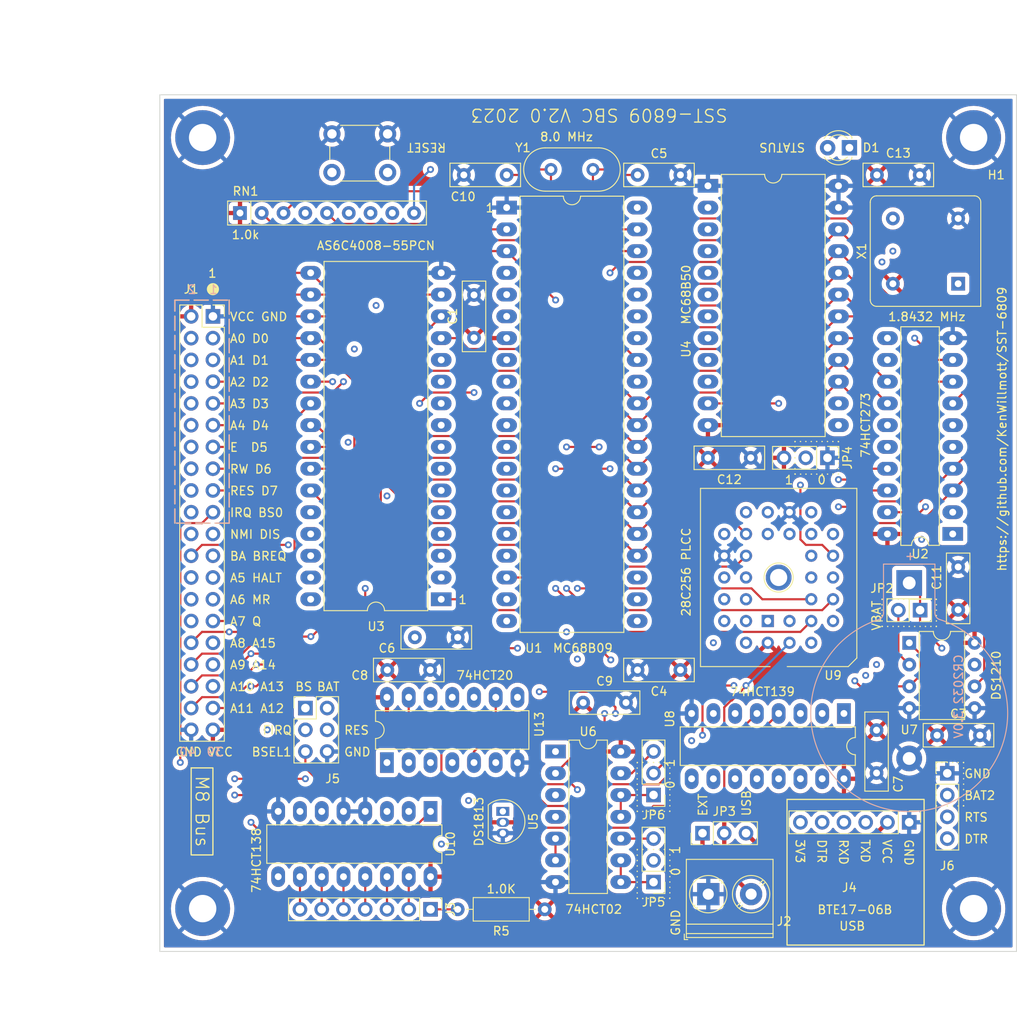
<source format=kicad_pcb>
(kicad_pcb (version 20221018) (generator pcbnew)
  (layers (0 "F.Cu" signal) (1 "In1.Cu" signal) (2 "In2.Cu" signal) (31 "B.Cu" signal) (34 "B.Paste" user) (35 "F.Paste" user) (36 "B.SilkS" user "B.Silkscreen") (37 "F.SilkS" user "F.Silkscreen") (38 "B.Mask" user) (39 "F.Mask" user) (44 "Edge.Cuts" user))
  (net 0 "")
  (net 1 "GND")
  (net 2 "MR")
  (net 3 "/A15")
  (net 4 "/A14")
  (net 5 "/A13")
  (net 6 "/A12")
  (net 7 "/A11")
  (net 8 "/A10")
  (net 9 "/A9")
  (net 10 "/A8")
  (net 11 "/A7")
  (net 12 "/A6")
  (net 13 "/A5")
  (net 14 "/A4")
  (net 15 "/A3")
  (net 16 "/A2")
  (net 17 "/A1")
  (net 18 "/A0")
  (net 19 "RES*")
  (net 20 "/D7")
  (net 21 "/D6")
  (net 22 "/D5")
  (net 23 "/D4")
  (net 24 "/D3")
  (net 25 "/D2")
  (net 26 "/D1")
  (net 27 "/D0")
  (net 28 "E")
  (net 29 "R{slash}W*")
  (net 30 "VCC")
  (net 31 "BSEL0*")
  (net 32 "/decode/EEWR*")
  (net 33 "NMI*")
  (net 34 "BA")
  (net 35 "HALT*")
  (net 36 "/decode/NVWR*")
  (net 37 "/Z3")
  (net 38 "/Z2")
  (net 39 "/Z1")
  (net 40 "/Z0")
  (net 41 "/decode/NVRD*")
  (net 42 "Net-(U8A-O3)")
  (net 43 "/decode/BSEL1*")
  (net 44 "/decode/EERD*")
  (net 45 "Net-(U8B-E)")
  (net 46 "Net-(JP2-B)")
  (net 47 "Net-(U1-XTAL)")
  (net 48 "Net-(U1-EXTAL)")
  (net 49 "IRQ*")
  (net 50 "Q")
  (net 51 "RXD")
  (net 52 "BREQ*")
  (net 53 "/decode/LATSEL*")
  (net 54 "Net-(U4-Rx_CLK)")
  (net 55 "/decode/ACIASEL*")
  (net 56 "/TXD")
  (net 57 "/decode/NVCC")
  (net 58 "Net-(J2-Pin_2)")
  (net 59 "Net-(J4-Pin_2)")
  (net 60 "/decode/NVCE*")
  (net 61 "DIS*")
  (net 62 "/decode/NVBAT")
  (net 63 "unconnected-(U2-Q4-Pad12)")
  (net 64 "Net-(U3-A15)")
  (net 65 "Net-(U10-~{Y6})")
  (net 66 "Net-(U10-~{Y7})")
  (net 67 "Net-(U13-Pad13)")
  (net 73 "/decode/Z6")
  (net 74 "BT0")
  (net 75 "Net-(JP5-B)")
  (net 76 "BT1")
  (net 77 "Net-(JP6-B)")
  (net 78 "Net-(J3-Pin_1)")
  (net 79 "Net-(J3-Pin_2)")
  (net 80 "Net-(J3-Pin_3)")
  (net 81 "Net-(J3-Pin_4)")
  (net 82 "Net-(J3-Pin_5)")
  (net 83 "Net-(J3-Pin_6)")
  (net 84 "Net-(J3-Pin_7)")
  (net 85 "Z7")
  (net 86 "Net-(D1-A)")
  (net 87 "Net-(JP4-C)")
  (net 88 "/decode/Z5")
  (net 89 "FIRQ*")
  (net 90 "BS")
  (net 91 "/DTR")
  (net 92 "/3V3")
  (net 93 "VBAT2")
  (net 94 "/RTS")
  (footprint "Capacitor_THT:C_Disc_D8.0mm_W2.5mm_P5.00mm" (layer "F.Cu") (at 128.865 118.745 180)
    (fp_text reference "C4")
    (fp_text value "100nF")
  )
  (footprint "TestPoint:TestPoint_Plated_Hole_D2.0mm" (layer "F.Cu") (at 140.335 107.95)
    (fp_text reference "REF**" hide)
    (fp_text value "TestPoint_Plated_Hole_D2.0mm" hide)
  )
  (footprint "Resistor_THT:R_Array_SIP9" (layer "F.Cu") (at 77.455 65.405)
    (fp_text reference "RN1")
    (fp_text value "1.0k")
  )
  (footprint "Oscillator:Oscillator_DIP-8" (layer "F.Cu") (at 161.29 73.66 90)
    (fp_text reference "X1")
    (fp_text value "CXO_DIP8")
  )
  (footprint "Capacitor_THT:C_Disc_D8.0mm_W2.5mm_P5.00mm" (layer "F.Cu") (at 123.865 60.96)
    (fp_text reference "C5")
    (fp_text value "20pF")
  )
  (footprint "MountingHole:MountingHole_3.2mm_M3_Pad" (layer "F.Cu") (at 73.095 146.6 90)
    (fp_text reference "H4")
    (fp_text value "MountingHole_Pad" hide)
  )
  (footprint "MountingHole:MountingHole_3.2mm_M3_Pad" (layer "F.Cu") (at 163.095 56.6 90)
    (fp_text reference "H1" hide)
    (fp_text value "MountingHole_Pad" hide)
  )
  (footprint "Package_DIP:DIP-20_W7.62mm_LongPads" (layer "F.Cu") (at 160.655 102.87 180)
    (fp_text reference "U2")
    (fp_text value "74HCT273")
  )
  (footprint "Capacitor_THT:C_Disc_D8.0mm_W2.5mm_P5.00mm" (layer "F.Cu") (at 117.515 122.555)
    (fp_text reference "C9")
    (fp_text value "100nF")
  )
  (footprint "Connector_PinHeader_2.54mm:PinHeader_2x03_P2.54mm_Vertical" (layer "F.Cu") (at 85.09 123.19)
    (fp_text reference "J5")
    (fp_text value "Conn_02x03_Odd_Even" hide)
  )
  (footprint "Crystal:Crystal_HC18-U_Vertical" (layer "F.Cu") (at 118.655 60.325 180)
    (fp_text reference "Y1")
    (fp_text value "8.0 MHz")
  )
  (footprint "Package_LCC:PLCC-32_THT-Socket" (layer "F.Cu") (at 139.065 113.03 180)
    (fp_text reference "U9")
    (fp_text value "28C256 PLCC")
  )
  (footprint "TerminalBlock_Phoenix:TerminalBlock_Phoenix_PT-1,5-2-5.0-H_1x02_P5.00mm_Horizontal" (layer "F.Cu") (at 132.12 144.915)
    (fp_text reference "J2")
    (fp_text value "Screw_Terminal_01x02" hide)
  )
  (footprint "Capacitor_THT:C_Disc_D9.0mm_W2.5mm_P5.00mm" (layer "F.Cu") (at 151.765 125.77 -90)
    (fp_text reference "C7")
    (fp_text value "100nF")
  )
  (footprint "Connector_PinHeader_2.54mm:PinHeader_1x03_P2.54mm_Vertical" (layer "F.Cu") (at 125.73 143.51 180)
    (fp_text reference "JP5")
    (fp_text value "Jumper_3_Bridged12" hide)
  )
  (footprint "Connector_PinHeader_2.54mm:PinHeader_1x03_P2.54mm_Vertical" (layer "F.Cu") (at 146.035 93.98 -90)
    (fp_text reference "JP4")
    (fp_text value "Jumper_3_Bridged12" hide)
  )
  (footprint "Capacitor_THT:C_Disc_D8.0mm_W2.5mm_P5.00mm" (layer "F.Cu") (at 158.83 126.365)
    (fp_text reference "C3")
    (fp_text value "100nF")
  )
  (footprint "Connector_PinHeader_2.54mm:PinHeader_1x07_P2.54mm_Vertical" (layer "F.Cu") (at 99.695 146.685 -90)
    (fp_text reference "J3")
    (fp_text value "Conn_01x07_Pin" hide)
  )
  (footprint "Package_DIP:DIP-24_W15.24mm_LongPads" (layer "F.Cu") (at 132.08 62.23)
    (fp_text reference "U4")
    (fp_text value "MC68B50")
  )
  (footprint "Package_DIP:DIP-16_W7.62mm_LongPads" (layer "F.Cu") (at 99.695 135.255 -90)
    (fp_text reference "U10")
    (fp_text value "74HCT138")
  )
  (footprint "Connector_PinHeader_2.54mm:PinHeader_2x01_P2.54mm_Vertical" (layer "F.Cu") (at 156.845 111.76 180)
    (fp_text reference "JP2")
    (fp_text value "VBAT")
  )
  (footprint "LED_THT:LED_D3.0mm" (layer "F.Cu") (at 148.595 57.785 180)
    (fp_text reference "D1")
    (fp_text value "STAT")
  )
  (footprint "Button_Switch_THT:SW_PUSH_6mm_H5mm" (layer "F.Cu") (at 94.69 60.67 180)
    (fp_text reference "SW1" hide)
    (fp_text value "Reset")
  )
  (footprint "Package_DIP:DIP-8_W7.62mm" (layer "F.Cu") (at 155.585 115.58)
    (fp_text reference "U7")
    (fp_text value "DS1210")
  )
  (footprint "Connector_PinHeader_2.54mm:PinHeader_1x03_P2.54mm_Vertical" (layer "F.Cu") (at 125.73 133.335 180)
    (fp_text reference "JP6")
    (fp_text value "Jumper_3_Bridged12" hide)
  )
  (footprint "Package_DIP:DIP-16_W7.62mm_LongPads" (layer "F.Cu") (at 147.955 123.825 -90)
    (fp_text reference "U8")
    (fp_text value "74HCT139")
  )
  (footprint "Package_DIP:DIP-32_W15.24mm_LongPads" (layer "F.Cu") (at 100.945 110.49 180)
    (fp_text reference "U3")
    (fp_text value "AS6C4008-55PCN")
  )
  (footprint "MountingHole:MountingHole_3.2mm_M3_Pad" (layer "F.Cu") (at 73.095 56.6 90)
    (fp_text reference "H3")
    (fp_text value "MountingHole_Pad" hide)
  )
  (footprint "Capacitor_THT:C_Disc_D8.0mm_W2.5mm_P5.00mm" (layer "F.Cu") (at 104.775 79.97 90)
    (fp_text reference "C1")
    (fp_text value "100nF")
  )
  (footprint "Capacitor_THT:C_Disc_D8.0mm_W2.5mm_P5.00mm" (layer "F.Cu") (at 94.655 118.745)
    (fp_text reference "C8")
    (fp_text value "100nF")
  )
  (footprint "Connector_PinHeader_2.54mm:PinHeader_1x06_P2.54mm_Vertical" (layer "F.Cu") (at 155.575 136.525 -90)
    (fp_text reference "J4")
    (fp_text value "Conn_01x06_Pin" hide)
  )
  (footprint "Connector_PinSocket_2.54mm:PinSocket_2x20_P2.54mm_Vertical" (layer "F.Cu") (at 74.295 77.47)
    (fp_text reference "J1")
    (fp_text value "Conn_02x20_Odd_Even" hide)
  )
  (footprint "Capacitor_THT:C_Disc_D8.0mm_W2.5mm_P5.00mm" (layer "F.Cu") (at 97.87 114.935)
    (fp_text reference "C6")
    (fp_text value "100nF")
  )
  (footprint "Package_DIP:DIP-40_W15.24mm_LongPads" (layer "F.Cu") (at 108.585 64.77)
    (fp_text reference "U1")
    (fp_text value "MC68B09")
  )
  (footprint "Capacitor_THT:C_Disc_D8.0mm_W2.5mm_P5.00mm" (layer "F.Cu") (at 132.08 93.98)
    (fp_text reference "C12")
    (fp_text value "100nF")
  )
  (footprint "Package_DIP:DIP-14_W7.62mm_LongPads" (layer "F.Cu") (at 114.285 128.265)
    (fp_text reference "U6")
    (fp_text value "74HCT02")
  )
  (footprint "MountingHole:MountingHole_3.2mm_M3_Pad" (layer "F.Cu") (at 163.095 146.6 90)
    (fp_text reference "H2")
    (fp_text value "MountingHole_Pad" hide)
  )
  (footprint "Package_DIP:DIP-14_W7.62mm_LongPads" (layer "F.Cu") (at 94.61 129.555 90)
    (fp_text reference "U13")
    (fp_text value "74HCT20")
  )
  (footprint "Connector_PinHeader_2.54mm:PinHeader_1x03_P2.54mm_Vertical" (layer "F.Cu") (at 131.445 137.795 90)
    (fp_text reference "JP3")
    (fp_text value "Jumper_3_Bridged12" hide)
  )
  (footprint "Capacitor_THT:C_Disc_D8.0mm_W2.5mm_P5.00mm" (layer "F.Cu") (at 161.29 111.72 90)
    (fp_text reference "C11")
    (fp_text value "100nF")
  )
  (footprint "Capacitor_THT:C_Disc_D8.0mm_W2.5mm_P5.00mm" (layer "F.Cu") (at 156.805 60.96 180)
    (fp_text reference "C13")
    (fp_text value "100nF")
  )
  (footprint "Connector_PinHeader_2.54mm:PinHeader_1x04_P2.54mm_Vertical" (layer "F.Cu") (at 160.02 130.81)
    (fp_text reference "J6")
    (fp_text value "Conn_01x04_Pin" hide)
  )
  (footprint "Capacitor_THT:C_Disc_D8.0mm_W2.5mm_P5.00mm" (layer "F.Cu") (at 108.585 60.96 180)
    (fp_text reference "C10")
    (fp_text value "20pF")
  )
  (footprint "Resistor_THT:R_Axial_DIN0207_L6.3mm_D2.5mm_P10.16mm_Horizontal" (layer "F.Cu") (at 113.03 146.685 180)
    (fp_text reference "R5")
    (fp_text value "1.0K")
  )
  (footprint "Package_TO_SOT_THT:TO-92L_Inline" (layer "F.Cu") (at 108.135 135.255 -90)
    (fp_text reference "U5")
    (fp_text value "DS1813")
  )
  (footprint "Battery:BatteryHolder_Keystone_103_1x20mm" (layer "B.Cu") (at 155.575 108.585 -90)
    (fp_text reference "BT1" hide)
    (fp_text value "3.0V" hide)
  )
  (gr_rect (start 69.85 75.565) (end 76.2 101.6) (stroke (width 0.15) (type dash)) (fill none) (layer "B.SilkS"))
  (gr_rect (start 152.4 110.49) (end 158.75 113.665) (stroke (width 0.15) (type dot)) (fill none) (layer "F.SilkS"))
  (gr_rect (start 123.825 139.7) (end 127.635 145.415) (stroke (width 0.15) (type dot)) (fill none) (layer "F.SilkS"))
  (gr_rect (start 71.755 130.175) (end 74.295 140.335) (stroke (width 0.15)) (fill none) (layer "F.SilkS"))
  (gr_circle (center 74.295 74.295) (end 74.93 74.295) (stroke (width 0.15)) (fill solid) (layer "F.SilkS"))
  (gr_rect (start 142.24 92.075) (end 147.32 95.885) (stroke (width 0.15) (type dot)) (fill none) (layer "F.SilkS"))
  (gr_rect (start 69.85 75.565) (end 76.2 101.6) (stroke (width 0.15) (type dash)) (fill none) (layer "F.SilkS"))
  (gr_rect (start 123.825 129.54) (end 127.635 135.255) (stroke (width 0.15) (type dot)) (fill none) (layer "F.SilkS"))
  (gr_rect (start 141.315 133.855) (end 157.315 150.855) (stroke (width 0.15)) (fill none) (layer "F.SilkS"))
  (gr_rect (start 158.75 129.54) (end 161.925 134.62) (stroke (width 0.15) (type dot)) (fill none) (layer "F.SilkS"))
  (gr_line (start 168.095 51.6) (end 168.095 151.6) (stroke (width 0.1)) (layer "Edge.Cuts"))
  (gr_line (start 68.095 151.6) (end 168.095 151.6) (stroke (width 0.1)) (layer "Edge.Cuts"))
  (gr_line (start 68.095 51.6) (end 168.095 51.6) (stroke (width 0.1)) (layer "Edge.Cuts"))
  (gr_line (start 68.095 151.6) (end 68.095 51.6) (stroke (width 0.1)) (layer "Edge.Cuts"))
  (gr_text "1" (at 74.93 74.93) (layer "B.SilkS") (effects (font (size 1 1)) (justify left bottom mirror)))
  (gr_text "40" (at 72.39 128.905) (layer "B.SilkS") (effects (font (size 1 1)) (justify left bottom mirror)))
  (gr_text "+" (at 156.21 104.775 90) (layer "B.SilkS") (effects (font (size 1 1)) (justify left bottom mirror)))
  (gr_text "CR2032 3.0V" (at 161.925 116.84 90) (layer "B.SilkS") (effects (font (size 1 1)) (justify left bottom mirror)))
  (gr_text "39" (at 75.565 128.905) (layer "B.SilkS") (effects (font (size 1 1)) (justify left bottom mirror)))
  (gr_text "2" (at 72.39 74.93) (layer "B.SilkS") (effects (font (size 1 1)) (justify left bottom mirror)))
  (gr_text "USB" (at 137.16 135.89 90) (layer "F.SilkS") (effects (font (size 1 1)) (justify left bottom)))
  (gr_text "A4 D4" (at 76.2 90.805) (layer "F.SilkS") (effects (font (size 1 1)) (justify left bottom)))
  (gr_text "DTR" (at 161.925 139.065) (layer "F.SilkS") (effects (font (size 1 1)) (justify left bottom)))
  (gr_text "RES" (at 89.535 126.365) (layer "F.SilkS") (effects (font (size 1 1)) (justify left bottom)))
  (gr_text "VCC GND" (at 76.2 78.105) (layer "F.SilkS") (effects (font (size 1 1)) (justify left bottom)))
  (gr_text "M8 Bus" (at 73.025 135.255 270) (layer "F.SilkS") (effects (font (size 1.5 1.5))))
  (gr_text "0" (at 144.78 97.155) (layer "F.SilkS") (effects (font (size 1 1)) (justify left bottom)))
  (gr_text "NMI DIS" (at 76.2 103.505) (layer "F.SilkS") (effects (font (size 1 1)) (justify left bottom)))
  (gr_text "E  D5" (at 76.2 93.345) (layer "F.SilkS") (effects (font (size 1 1)) (justify left bottom)))
  (gr_text "RES D7" (at 76.2 98.425) (layer "F.SilkS") (effects (font (size 1 1)) (justify left bottom)))
  (gr_text "1" (at 106.045 65.405) (layer "F.SilkS") (effects (font (size 1 1)) (justify left bottom)))
  (gr_text "GND" (at 128.905 149.86 90) (layer "F.SilkS") (effects (font (size 1 1)) (justify left bottom)))
  (gr_text "VCC" (at 152.4 138.43 -90) (layer "F.SilkS") (effects (font (size 1 1)) (justify left bottom)))
  (gr_text "USB" (at 147.32 149.225) (layer "F.SilkS") (effects (font (size 1 1)) (justify left bottom)))
  (gr_text "RXD" (at 147.32 138.43 -90) (layer "F.SilkS") (effects (font (size 1 1)) (justify left bottom)))
  (gr_text "A3 D3" (at 76.2 88.265) (layer "F.SilkS") (effects (font (size 1 1)) (justify left bottom)))
  (gr_text "1.8432 MHz" (at 153.035 78.105) (layer "F.SilkS") (effects (font (size 1 1)) (justify left bottom)))
  (gr_text "A10 A13" (at 76.2 121.285) (layer "F.SilkS") (effects (font (size 1 1)) (justify left bottom)))
  (gr_text "1" (at 128.27 130.175 90) (layer "F.SilkS") (effects (font (size 1 1)) (justify left bottom)))
  (gr_text "STATUS" (at 143.51 57.15 180) (layer "F.SilkS") (effects (font (size 1 1)) (justify left bottom)))
  (gr_text "GND" (at 161.925 131.445) (layer "F.SilkS") (effects (font (size 1 1)) (justify left bottom)))
  (gr_text "SST-6809 SBC V2.0 2023" (at 119.38 53.975 180) (layer "F.SilkS") (effects (font (size 1.5 1.5))))
  (gr_text "RW D6" (at 76.2 95.885) (layer "F.SilkS") (effects (font (size 1 1)) (justify left bottom)))
  (gr_text "BAT" (at 86.36 121.285) (layer "F.SilkS") (effects (font (size 1 1)) (justify left bottom)))
  (gr_text "A7 Q" (at 76.2 113.665) (layer "F.SilkS") (effects (font (size 1 1)) (justify left bottom)))
  (gr_text "BSEL1" (at 78.74 128.905) (layer "F.SilkS") (effects (font (size 1 1)) (justify left bottom)))
  (gr_text "https://github.com/KenWillmott/SST-6809" (at 167.005 107.315 90) (layer "F.SilkS") (effects (font (size 1 1)) (justify left bottom)))
  (gr_text "EXT" (at 132.08 135.89 90) (layer "F.SilkS") (effects (font (size 1 1)) (justify left bottom)))
  (gr_text "0" (at 128.27 132.715 90) (layer "F.SilkS") (effects (font (size 1 1)) (justify left bottom)))
  (gr_text "1" (at 73.66 73.025) (layer "F.SilkS") (effects (font (size 1 1)) (justify left bottom)))
  (gr_text "TXD" (at 149.86 138.43 -90) (layer "F.SilkS") (effects (font (size 1 1)) (justify left bottom)))
  (gr_text "BA BREQ" (at 76.2 106.045) (layer "F.SilkS") (effects (font (size 1 1)) (justify left bottom)))
  (gr_text "3V3" (at 142.24 138.43 -90) (layer "F.SilkS") (effects (font (size 1 1)) (justify left bottom)))
  (gr_text "BTE17-06B" (at 144.78 147.32) (layer "F.SilkS") (effects (font (size 1 1)) (justify left bottom)))
  (gr_text "A9 A14" (at 76.2 118.745) (layer "F.SilkS") (effects (font (size 1 1)) (justify left bottom)))
  (gr_text "A5 HALT" (at 76.2 108.585) (layer "F.SilkS") (effects (font (size 1 1)) (justify left bottom)))
  (gr_text "A1 D1" (at 76.2 83.185) (layer "F.SilkS") (effects (font (size 1 1)) (justify left bottom)))
  (gr_text "IRQ BS0" (at 76.2 100.965) (layer "F.SilkS") (effects (font (size 1 1)) (justify left bottom)))
  (gr_text "GND" (at 154.94 138.43 -90) (layer "F.SilkS") (effects (font (size 1 1)) (justify left bottom)))
  (gr_text "1" (at 102.87 111.125) (layer "F.SilkS") (effects (font (size 1 1)) (justify left bottom)))
  (gr_text "GND VCC" (at 69.85 128.905) (layer "F.SilkS") (effects (font (size 1 1)) (justify left bottom)))
  (gr_text "A2 D2" (at 76.2 85.725) (layer "F.SilkS") (effects (font (size 1 1)) (justify left bottom)))
  (gr_text "1" (at 128.905 140.335 90) (layer "F.SilkS") (effects (font (size 1 1)) (justify left bottom)))
  (gr_text "1" (at 140.97 97.155) (layer "F.SilkS") (effects (font (size 1 1)) (justify left bottom)))
  (gr_text "BAT2" (at 161.925 133.985) (layer "F.SilkS") (effects (font (size 1 1)) (justify left bottom)))
  (gr_text "A0 D0" (at 76.2 80.645) (layer "F.SilkS") (effects (font (size 1 1)) (justify left bottom)))
  (gr_text "A11 A12" (at 76.2 123.825) (layer "F.SilkS") (effects (font (size 1 1)) (justify left bottom)))
  (gr_text "FIRQ" (at 80.01 126.365) (layer "F.SilkS") (effects (font (size 1 1)) (justify left bottom)))
  (gr_text "RESET" (at 101.6 57.15 180) (layer "F.SilkS") (effects (font (size 1 1)) (justify left bottom)))
  (gr_text "0" (at 128.905 142.875 90) (layer "F.SilkS") (effects (font (size 1 1)) (justify left bottom)))
  (gr_text "GND" (at 89.535 128.905) (layer "F.SilkS") (effects (font (size 1 1)) (justify left bottom)))
  (gr_text "DTR" (at 144.78 138.43 -90) (layer "F.SilkS") (effects (font (size 1 1)) (justify left bottom)))
  (gr_text "A8 A15" (at 76.2 116.205) (layer "F.SilkS") (effects (font (size 1 1)) (justify left bottom)))
  (gr_text "A6 MR" (at 76.2 111.125) (layer "F.SilkS") (effects (font (size 1 1)) (justify left bottom)))
  (gr_text "RTS" (at 161.925 136.525) (layer "F.SilkS") (effects (font (size 1 1)) (justify left bottom)))
  (gr_text "BS" (at 83.82 121.285) (layer "F.SilkS") (effects (font (size 1 1)) (justify left bottom)))
  (segment (start 120.015 123.825) (end 120.015 125.075) (width 0.25) (layer "F.Cu") (net 3))
  (segment (start 120.015 125.075) (end 114.285 130.805) (width 0.25) (layer "F.Cu") (net 3))
  (via (at 120.015 123.825) (size 0.8) (drill 0.4) (layers "F.Cu" "B.Cu") (net 3))
  (via (at 80.645 125.73) (size 0.8) (drill 0.4) (layers "F.Cu" "B.Cu") (net 3))
  (segment (start 79.375 120.65) (end 81.28 118.745) (width 0.25) (layer "F.Cu") (net 6))
  (segment (start 92.075 113.665) (end 92.075 109.22) (width 0.25) (layer "F.Cu") (net 6))
  (segment (start 80.01 137.795) (end 78.74 136.525) (width 0.25) (layer "F.Cu") (net 6))
  (segment (start 86.995 118.745) (end 92.075 113.665) (width 0.25) (layer "F.Cu") (net 6))
  (segment (start 97.155 137.795) (end 80.01 137.795) (width 0.25) (layer "F.Cu") (net 6))
  (segment (start 78.74 120.65) (end 79.375 120.65) (width 0.25) (layer "F.Cu") (net 6))
  (segment (start 78.1945 120.65) (end 75.6545 123.19) (width 0.25) (layer "F.Cu") (net 6))
  (segment (start 75.6545 123.19) (end 74.295 123.19) (width 0.25) (layer "F.Cu") (net 6))
  (segment (start 99.695 135.255) (end 97.155 137.795) (width 0.25) (layer "F.Cu") (net 6))
  (segment (start 78.74 120.65) (end 78.1945 120.65) (width 0.25) (layer "F.Cu") (net 6))
  (segment (start 81.28 118.745) (end 86.995 118.745) (width 0.25) (layer "F.Cu") (net 6))
  (via (at 78.74 120.65) (size 0.8) (drill 0.4) (layers "F.Cu" "B.Cu") (net 6))
  (via (at 78.74 136.525) (size 0.8) (drill 0.4) (layers "F.Cu" "B.Cu") (net 6))
  (via (at 92.075 109.22) (size 0.8) (drill 0.4) (layers "F.Cu" "B.Cu") (net 6))
  (segment (start 79.375 118.11) (end 86.36 118.11) (width 0.25) (layer "F.Cu") (net 7))
  (segment (start 90.805 95.885) (end 87.63 92.71) (width 0.25) (layer "F.Cu") (net 7))
  (segment (start 90.805 113.665) (end 90.805 95.885) (width 0.25) (layer "F.Cu") (net 7))
  (segment (start 87.63 92.71) (end 85.705 92.71) (width 0.25) (layer "F.Cu") (net 7))
  (segment (start 73.025 121.92) (end 71.755 123.19) (width 0.25) (layer "F.Cu") (net 7))
  (segment (start 86.36 118.11) (end 90.805 113.665) (width 0.25) (layer "F.Cu") (net 7))
  (segment (start 79.375 118.11) (end 75.565 121.92) (width 0.25) (layer "F.Cu") (net 7))
  (segment (start 75.565 121.92) (end 73.025 121.92) (width 0.25) (layer "F.Cu") (net 7))
  (via (at 79.375 118.11) (size 0.8) (drill 0.4) (layers "F.Cu" "B.Cu") (net 7))
  (segment (start 119.38 107.95) (end 120.65 106.68) (width 0.25) (layer "F.Cu") (net 8))
  (segment (start 87.63 93.98) (end 84.455 93.98) (width 0.25) (layer "F.Cu") (net 8))
  (segment (start 84.455 93.98) (end 83.82 93.345) (width 0.25) (layer "F.Cu") (net 8))
  (segment (start 108.585 107.95) (end 119.38 107.95) (width 0.25) (layer "F.Cu") (net 8))
  (segment (start 78.74 116.84) (end 76.2 119.38) (width 0.25) (layer "F.Cu") (net 8))
  (segment (start 78.74 116.84) (end 86.36 116.84) (width 0.25) (layer "F.Cu") (net 8))
  (segment (start 73.025 119.38) (end 71.755 120.65) (width 0.25) (layer "F.Cu") (net 8))
  (segment (start 90.17 96.52) (end 87.63 93.98) (width 0.25) (layer "F.Cu") (net 8))
  (segment (start 135.255 106.68) (end 136.525 105.41) (width 0.25) (layer "F.Cu") (net 8))
  (segment (start 83.82 89.515) (end 85.705 87.63) (width 0.25) (layer "F.Cu") (net 8))
  (segment (start 90.17 113.03) (end 90.17 96.52) (width 0.25) (layer "F.Cu") (net 8))
  (segment (start 76.2 119.38) (end 73.025 119.38) (width 0.25) (layer "F.Cu") (net 8))
  (segment (start 120.65 106.68) (end 135.255 106.68) (width 0.25) (layer "F.Cu") (net 8))
  (segment (start 86.36 116.84) (end 90.17 113.03) (width 0.25) (layer "F.Cu") (net 8))
  (segment (start 83.82 93.345) (end 83.82 89.515) (width 0.25) (layer "F.Cu") (net 8))
  (via (at 78.74 116.84) (size 0.8) (drill 0.4) (layers "F.Cu" "B.Cu") (net 8))
  (segment (start 79.709195 114.8455) (end 77.714695 116.84) (width 0.25) (layer "F.Cu") (net 9))
  (segment (start 87.63 95.25) (end 85.705 95.25) (width 0.25) (layer "F.Cu") (net 9))
  (segment (start 85.8145 114.8455) (end 89.535 111.125) (width 0.25) (layer "F.Cu") (net 9))
  (segment (start 89.535 111.125) (end 89.535 97.155) (width 0.25) (layer "F.Cu") (net 9))
  (segment (start 73.025 116.84) (end 71.755 118.11) (width 0.25) (layer "F.Cu") (net 9))
  (segment (start 89.535 97.155) (end 87.63 95.25) (width 0.25) (layer "F.Cu") (net 9))
  (segment (start 85.725 114.8455) (end 85.8145 114.8455) (width 0.25) (layer "F.Cu") (net 9))
  (segment (start 85.725 114.8455) (end 79.709195 114.8455) (width 0.25) (layer "F.Cu") (net 9))
  (segment (start 77.714695 116.84) (end 73.025 116.84) (width 0.25) (layer "F.Cu") (net 9))
  (via (at 85.725 114.8455) (size 0.8) (drill 0.4) (layers "F.Cu" "B.Cu") (net 9))
  (segment (start 71.755 115.57) (end 73.025 114.3) (width 0.25) (layer "F.Cu") (net 10))
  (segment (start 76.2 114.3) (end 84.455 114.3) (width 0.25) (layer "F.Cu") (net 10))
  (segment (start 84.455 114.3) (end 88.265 110.49) (width 0.25) (layer "F.Cu") (net 10))
  (segment (start 88.265 100.35) (end 85.705 97.79) (width 0.25) (layer "F.Cu") (net 10))
  (segment (start 88.265 110.49) (end 88.265 100.35) (width 0.25) (layer "F.Cu") (net 10))
  (segment (start 73.025 114.3) (end 76.2 114.3) (width 0.25) (layer "F.Cu") (net 10))
  (via (at 132.715 115.57) (size 0.8) (drill 0.4) (layers "F.Cu" "B.Cu") (net 10))
  (via (at 76.2 114.3) (size 0.8) (drill 0.4) (layers "F.Cu" "B.Cu") (net 10))
  (via (at 116.84 117.475) (size 0.8) (drill 0.4) (layers "F.Cu" "B.Cu") (net 11))
  (via (at 115.57 114.3) (size 0.8) (drill 0.4) (layers "F.Cu" "B.Cu") (net 12))
  (segment (start 119.38 114.3) (end 114.3 109.22) (width 0.25) (layer "F.Cu") (net 13))
  (segment (start 144.145 113.03) (end 142.875 114.3) (width 0.25) (layer "F.Cu") (net 13))
  (segment (start 142.875 114.3) (end 119.38 114.3) (width 0.25) (layer "F.Cu") (net 13))
  (via (at 114.3 109.22) (size 0.8) (drill 0.4) (layers "F.Cu" "B.Cu") (net 13))
  (segment (start 115.57 109.22) (end 118.11 111.76) (width 0.25) (layer "F.Cu") (net 14))
  (segment (start 118.11 111.76) (end 145.415 111.76) (width 0.25) (layer "F.Cu") (net 14))
  (segment (start 145.415 111.76) (end 146.685 110.49) (width 0.25) (layer "F.Cu") (net 14))
  (via (at 115.57 109.22) (size 0.8) (drill 0.4) (layers "F.Cu" "B.Cu") (net 14))
  (segment (start 116.84 109.22) (end 137.16 109.22) (width 0.25) (layer "F.Cu") (net 15))
  (segment (start 138.43 110.49) (end 144.145 110.49) (width 0.25) (layer "F.Cu") (net 15))
  (segment (start 137.16 109.22) (end 138.43 110.49) (width 0.25) (layer "F.Cu") (net 15))
  (via (at 116.84 109.22) (size 0.8) (drill 0.4) (layers "F.Cu" "B.Cu") (net 15))
  (segment (start 114.3 95.25) (end 120.65 95.25) (width 0.25) (layer "F.Cu") (net 16))
  (via (at 120.65 95.25) (size 0.8) (drill 0.4) (layers "F.Cu" "B.Cu") (net 16))
  (via (at 114.3 95.25) (size 0.8) (drill 0.4) (layers "F.Cu" "B.Cu") (net 16))
  (segment (start 115.57 92.71) (end 119.38 92.71) (width 0.25) (layer "F.Cu") (net 17))
  (via (at 119.38 92.71) (size 0.8) (drill 0.4) (layers "F.Cu" "B.Cu") (net 17))
  (via (at 115.57 92.71) (size 0.8) (drill 0.4) (layers "F.Cu" "B.Cu") (net 17))
  (segment (start 145.415 104.14) (end 146.685 105.41) (width 0.25) (layer "F.Cu") (net 18))
  (segment (start 142.875 103.505) (end 143.51 104.14) (width 0.25) (layer "F.Cu") (net 18))
  (segment (start 142.875 97.155) (end 142.875 103.505) (width 0.25) (layer "F.Cu") (net 18))
  (segment (start 132.08 87.63) (end 140.335 87.63) (width 0.25) (layer "F.Cu") (net 18))
  (segment (start 143.51 104.14) (end 145.415 104.14) (width 0.25) (layer "F.Cu") (net 18))
  (via (at 140.335 87.63) (size 0.8) (drill 0.4) (layers "F.Cu" "B.Cu") (net 18))
  (via (at 142.875 97.155) (size 0.8) (drill 0.4) (layers "F.Cu" "B.Cu") (net 18))
  (segment (start 74.295 97.79) (end 78.74 97.79) (width 0.25) (layer "F.Cu") (net 20))
  (segment (start 130.81 86.36) (end 146.05 86.36) (width 0.25) (layer "F.Cu") (net 20))
  (segment (start 90.805 85.09) (end 90.805 93.345) (width 0.25) (layer "F.Cu") (net 20))
  (segment (start 130.175 86.995) (end 130.81 86.36) (width 0.25) (layer "F.Cu") (net 20))
  (segment (start 90.805 93.345) (end 97.79 100.33) (width 0.25) (layer "F.Cu") (net 20))
  (segment (start 82.55 83.82) (end 83.82 82.55) (width 0.25) (layer "F.Cu") (net 20))
  (segment (start 97.79 102.87) (end 99.06 104.14) (width 0.25) (layer "F.Cu") (net 20))
  (segment (start 122.555 104.14) (end 123.825 105.41) (width 0.25) (layer "F.Cu") (net 20))
  (segment (start 149.225 95.885) (end 151.13 97.79) (width 0.25) (layer "F.Cu") (net 20))
  (segment (start 146.05 86.36) (end 147.32 85.09) (width 0.25) (layer "F.Cu") (net 20))
  (segment (start 82.55 93.98) (end 82.55 83.82) (width 0.25) (layer "F.Cu") (net 20))
  (segment (start 88.265 82.55) (end 90.805 85.09) (width 0.25) (layer "F.Cu") (net 20))
  (segment (start 78.74 97.79) (end 82.55 93.98) (width 0.25) (layer "F.Cu") (net 20))
  (segment (start 123.825 105.41) (end 130.175 99.06) (width 0.25) (layer "F.Cu") (net 20))
  (segment (start 130.175 99.06) (end 130.175 86.995) (width 0.25) (layer "F.Cu") (net 20))
  (segment (start 151.13 97.79) (end 153.035 97.79) (width 0.25) (layer "F.Cu") (net 20))
  (segment (start 136.525 102.87) (end 132.715 99.06) (width 0.25) (layer "F.Cu") (net 20))
  (segment (start 132.715 99.06) (end 130.175 99.06) (width 0.25) (layer "F.Cu") (net 20))
  (segment (start 85.705 82.55) (end 88.265 82.55) (width 0.25) (layer "F.Cu") (net 20))
  (segment (start 83.82 82.55) (end 85.705 82.55) (width 0.25) (layer "F.Cu") (net 20))
  (segment (start 149.225 86.995) (end 149.225 95.885) (width 0.25) (layer "F.Cu") (net 20))
  (segment (start 99.06 104.14) (end 122.555 104.14) (width 0.25) (layer "F.Cu") (net 20))
  (segment (start 147.32 85.09) (end 149.225 86.995) (width 0.25) (layer "F.Cu") (net 20))
  (segment (start 97.79 100.33) (end 97.79 102.87) (width 0.25) (layer "F.Cu") (net 20))
  (segment (start 85.705 80.01) (end 86.6675 80.01) (width 0.25) (layer "F.Cu") (net 21))
  (segment (start 147.32 82.55) (end 149.86 85.09) (width 0.25) (layer "F.Cu") (net 21))
  (segment (start 91.44 92.71) (end 99.06 100.33) (width 0.25) (layer "F.Cu") (net 21))
  (segment (start 81.915 92.075) (end 81.915 81.915) (width 0.25) (layer "F.Cu") (net 21))
  (segment (start 99.695 101.6) (end 122.555 101.6) (width 0.25) (layer "F.Cu") (net 21))
  (segment (start 86.6675 80.01) (end 91.44 84.7825) (width 0.25) (layer "F.Cu") (net 21))
  (segment (start 122.555 101.6) (end 123.825 102.87) (width 0.25) (layer "F.Cu") (net 21))
  (segment (start 129.54 97.155) (end 129.54 85.09) (width 0.25) (layer "F.Cu") (net 21))
  (segment (start 130.81 83.82) (end 146.05 83.82) (width 0.25) (layer "F.Cu") (net 21))
  (segment (start 146.05 83.82) (end 147.32 82.55) (width 0.25) (layer "F.Cu") (net 21))
  (segment (start 129.54 85.09) (end 130.81 83.82) (width 0.25) (layer "F.Cu") (net 21))
  (segment (start 99.06 100.33) (end 99.06 100.965) (width 0.25) (layer "F.Cu") (net 21))
  (segment (start 149.86 94.615) (end 150.495 95.25) (width 0.25) (layer "F.Cu") (net 21))
  (segment (start 74.295 95.25) (end 78.74 95.25) (width 0.25) (layer "F.Cu") (net 21))
  (segment (start 99.06 100.965) (end 99.695 101.6) (width 0.25) (layer "F.Cu") (net 21))
  (segment (start 149.86 85.09) (end 149.86 94.615) (width 0.25) (layer "F.Cu") (net 21))
  (segment (start 91.44 84.7825) (end 91.44 92.71) (width 0.25) (layer "F.Cu") (net 21))
  (segment (start 150.495 95.25) (end 153.035 95.25) (width 0.25) (layer "F.Cu") (net 21))
  (segment (start 81.915 81.915) (end 83.82 80.01) (width 0.25) (layer "F.Cu") (net 21))
  (segment (start 123.825 102.87) (end 129.54 97.155) (width 0.25) (layer "F.Cu") (net 21))
  (segment (start 83.82 80.01) (end 85.705 80.01) (width 0.25) (layer "F.Cu") (net 21))
  (segment (start 78.74 95.25) (end 81.915 92.075) (width 0.25) (layer "F.Cu") (net 21))
  (segment (start 149.86 80.01) (end 150.495 80.645) (width 0.25) (layer "F.Cu") (net 22))
  (segment (start 92.075 92.075) (end 99.06 99.06) (width 0.25) (layer "F.Cu") (net 22))
  (segment (start 79.0575 92.71) (end 81.28 90.4875) (width 0.25) (layer "F.Cu") (net 22))
  (segment (start 81.28 90.4875) (end 81.28 80.01) (width 0.25) (layer "F.Cu") (net 22))
  (segment (start 92.075 79.375) (end 92.075 92.075) (width 0.25) (layer "F.Cu") (net 22))
  (segment (start 150.495 85.09) (end 153.035 87.63) (width 0.25) (layer "F.Cu") (net 22))
  (segment (start 81.28 80.01) (end 83.82 77.47) (width 0.25) (layer "F.Cu") (net 22))
  (segment (start 150.495 80.645) (end 150.495 85.09) (width 0.25) (layer "F.Cu") (net 22))
  (segment (start 123.825 100.33) (end 128.905 95.25) (width 0.25) (layer "F.Cu") (net 22))
  (segment (start 130.175 81.28) (end 146.05 81.28) (width 0.25) (layer "F.Cu") (net 22))
  (segment (start 128.905 82.55) (end 130.175 81.28) (width 0.25) (layer "F.Cu") (net 22))
  (segment (start 122.555 99.06) (end 123.825 100.33) (width 0.25) (layer "F.Cu") (net 22))
  (segment (start 90.17 77.47) (end 92.075 79.375) (width 0.25) (layer "F.Cu") (net 22))
  (segment (start 147.32 80.01) (end 149.86 80.01) (width 0.25) (layer "F.Cu") (net 22))
  (segment (start 74.295 92.71) (end 79.0575 92.71) (width 0.25) (layer "F.Cu") (net 22))
  (segment (start 99.06 99.06) (end 122.555 99.06) (width 0.25) (layer "F.Cu") (net 22))
  (segment (start 146.05 81.28) (end 147.32 80.01) (width 0.25) (layer "F.Cu") (net 22))
  (segment (start 128.905 95.25) (end 128.905 82.55) (width 0.25) (layer "F.Cu") (net 22))
  (segment (start 83.82 77.47) (end 85.705 77.47) (width 0.25) (layer "F.Cu") (net 22))
  (segment (start 85.705 77.47) (end 90.17 77.47) (width 0.25) (layer "F.Cu") (net 22))
  (segment (start 149.225 77.47) (end 151.13 79.375) (width 0.25) (layer "F.Cu") (net 23))
  (segment (start 92.71 78.74) (end 92.71 90.17) (width 0.25) (layer "F.Cu") (net 23))
  (segment (start 122.555 96.52) (end 123.825 97.79) (width 0.25) (layer "F.Cu") (net 23))
  (segment (start 74.295 90.17) (end 79.375 90.17) (width 0.25) (layer "F.Cu") (net 23))
  (segment (start 92.71 90.17) (end 99.06 96.52) (width 0.25) (layer "F.Cu") (net 23))
  (segment (start 99.06 96.52) (end 122.555 96.52) (width 0.25) (layer "F.Cu") (net 23))
  (segment (start 151.13 79.375) (end 151.13 83.185) (width 0.25) (layer "F.Cu") (net 23))
  (segment (start 128.27 81.28) (end 130.81 78.74) (width 0.25) (layer "F.Cu") (net 23))
  (segment (start 123.825 97.79) (end 128.27 93.345) (width 0.25) (layer "F.Cu") (net 23))
  (segment (start 80.645 78.105) (end 83.82 74.93) (width 0.25) (layer "F.Cu") (net 23))
  (segment (start 128.27 93.345) (end 128.27 81.28) (width 0.25) (layer "F.Cu") (net 23))
  (segment (start 146.05 78.74) (end 147.32 77.47) (width 0.25) (layer "F.Cu") (net 23))
  (segment (start 147.32 77.47) (end 149.225 77.47) (width 0.25) (layer "F.Cu") (net 23))
  (segment (start 79.375 90.17) (end 80.645 88.9) (width 0.25) (layer "F.Cu") (net 23))
  (segment (start 80.645 88.9) (end 80.645 78.105) (width 0.25) (layer "F.Cu") (net 23))
  (segment (start 153.03 85.09) (end 153.035 85.085) (width 0.25) (layer "F.Cu") (net 23))
  (segment (start 85.705 74.93) (end 88.9 74.93) (width 0.25) (layer "F.Cu") (net 23))
  (segment (start 88.9 74.93) (end 92.71 78.74) (width 0.25) (layer "F.Cu") (net 23))
  (segment (start 83.82 74.93) (end 85.705 74.93) (width 0.25) (layer "F.Cu") (net 23))
  (segment (start 151.13 83.185) (end 153.035 85.09) (width 0.25) (layer "F.Cu") (net 23))
  (segment (start 130.81 78.74) (end 146.05 78.74) (width 0.25) (layer "F.Cu") (net 23))
  (segment (start 130.81 76.2) (end 146.05 76.2) (width 0.25) (layer "F.Cu") (net 24))
  (segment (start 87.23 73.915) (end 89.155 73.915) (width 0.25) (layer "F.Cu") (net 24))
  (segment (start 154.94 78.74) (end 154.94 82.8675) (width 0.25) (layer "F.Cu") (net 24))
  (segment (start 127.635 91.44) (end 127.635 79.375) (width 0.25) (layer "F.Cu") (net 24))
  (segment (start 123.825 95.25) (end 127.635 91.44) (width 0.25) (layer "F.Cu") (net 24))
  (segment (start 93.345 88.265) (end 99.06 93.98) (width 0.25) (layer "F.Cu") (net 24))
  (segment (start 127.635 79.375) (end 130.81 76.2) (width 0.25) (layer "F.Cu") (net 24))
  (segment (start 146.05 76.2) (end 147.32 74.93) (width 0.25) (layer "F.Cu") (net 24))
  (segment (start 74.295 87.63) (end 75.565 87.63) (width 0.25) (layer "F.Cu") (net 24))
  (segment (start 157.1625 85.09) (end 160.655 85.09) (width 0.25) (layer "F.Cu") (net 24))
  (segment (start 83.82 72.39) (end 85.705 72.39) (width 0.25) (layer "F.Cu") (net 24))
  (segment (start 154.94 82.8675) (end 157.1625 85.09) (width 0.25) (layer "F.Cu") (net 24))
  (segment (start 99.06 93.98) (end 122.555 93.98) (width 0.25) (layer "F.Cu") (net 24))
  (segment (start 93.345 78.105) (end 93.345 88.265) (width 0.25) (layer "F.Cu") (net 24))
  (segment (start 75.565 87.63) (end 80.01 83.185) (width 0.25) (layer "F.Cu") (net 24))
  (segment (start 154.305 78.105) (end 154.94 78.74) (width 0.25) (layer "F.Cu") (net 24))
  (segment (start 80.01 76.2) (end 83.82 72.39) (width 0.25) (layer "F.Cu") (net 24))
  (segment (start 147.32 74.93) (end 147.955 74.93) (width 0.25) (layer "F.Cu") (net 24))
  (segment (start 85.705 72.39) (end 87.23 73.915) (width 0.25) (layer "F.Cu") (net 24))
  (segment (start 122.555 93.98) (end 123.825 95.25) (width 0.25) (layer "F.Cu") (net 24))
  (segment (start 147.955 74.93) (end 151.13 78.105) (width 0.25) (layer "F.Cu") (net 24))
  (segment (start 151.13 78.105) (end 154.305 78.105) (width 0.25) (layer "F.Cu") (net 24))
  (segment (start 89.155 73.915) (end 93.345 78.105) (width 0.25) (layer "F.Cu") (net 24))
  (segment (start 80.01 83.185) (end 80.01 76.2) (width 0.25) (layer "F.Cu") (net 24))
  (segment (start 146.05 73.66) (end 147.32 72.39) (width 0.25) (layer "F.Cu") (net 25))
  (segment (start 147.32 72.39) (end 148.18599 72.39) (width 0.25) (layer "F.Cu") (net 25))
  (segment (start 74.295 85.09) (end 76.2 85.09) (width 0.25) (layer "F.Cu") (net 25))
  (segment (start 162.56 78.74) (end 162.56 85.725) (width 0.25) (layer "F.Cu") (net 25))
  (segment (start 148.18599 72.39) (end 149.225 73.42901) (width 0.25) (layer "F.Cu") (net 25))
  (segment (start 127 76.835) (end 130.175 73.66) (width 0.25) (layer "F.Cu") (net 25))
  (segment (start 99.695 91.44) (end 122.555 91.44) (width 0.25) (layer "F.Cu") (net 25))
  (segment (start 79.375 81.915) (end 79.375 75.565) (width 0.25) (layer "F.Cu") (net 25))
  (segment (start 149.225 74.93) (end 151.765 77.47) (width 0.25) (layer "F.Cu") (net 25))
  (segment (start 161.29 77.47) (end 162.56 78.74) (width 0.25) (layer "F.Cu") (net 25))
  (segment (start 127 89.535) (end 127 76.835) (width 0.25) (layer "F.Cu") (net 25))
  (segment (start 79.375 75.565) (end 84.455 70.485) (width 0.25) (layer "F.Cu") (net 25))
  (segment (start 149.225 73.42901) (end 149.225 74.93) (width 0.25) (layer "F.Cu") (net 25))
  (segment (start 99.06 74.93) (end 96.52 77.47) (width 0.25) (layer "F.Cu") (net 25))
  (segment (start 130.175 73.66) (end 146.05 73.66) (width 0.25) (layer "F.Cu") (net 25))
  (segment (start 76.2 85.09) (end 79.375 81.915) (width 0.25) (layer "F.Cu") (net 25))
  (segment (start 94.615 70.485) (end 99.06 74.93) (width 0.25) (layer "F.Cu") (net 25))
  (segment (start 151.765 77.47) (end 161.29 77.47) (width 0.25) (layer "F.Cu") (net 25))
  (segment (start 122.555 91.44) (end 123.825 92.71) (width 0.25) (layer "F.Cu") (net 25))
  (segment (start 96.52 77.47) (end 96.52 88.265) (width 0.25) (layer "F.Cu") (net 25))
  (segment (start 96.52 88.265) (end 99.695 91.44) (width 0.25) (layer "F.Cu") (net 25))
  (segment (start 123.825 92.71) (end 127 89.535) (width 0.25) (layer "F.Cu") (net 25))
  (segment (start 84.455 70.485) (end 94.615 70.485) (width 0.25) (layer "F.Cu") (net 25))
  (segment (start 99.06 74.93) (end 100.945 74.93) (width 0.25) (layer "F.Cu") (net 25))
  (segment (start 162.56 85.725) (end 160.655 87.63) (width 0.25) (layer "F.Cu") (net 25))
  (segment (start 130.175 71.12) (end 146.05 71.12) (width 0.25) (layer "F.Cu") (net 26))
  (segment (start 163.195 92.71) (end 160.655 95.25) (width 0.25) (layer "F.Cu") (net 26))
  (segment (start 156.845 99.06) (end 151.13 99.06) (width 0.25) (layer "F.Cu") (net 26))
  (segment (start 147.32 69.85) (end 149.86 72.39) (width 0.25) (layer "F.Cu") (net 26))
  (segment (start 149.86 72.39) (end 149.86 74.295) (width 0.25) (layer "F.Cu") (net 26))
  (segment (start 117.475 83.82) (end 123.825 90.17) (width 0.25) (layer "F.Cu") (net 26))
  (segment (start 160.655 95.25) (end 156.845 99.06) (width 0.25) (layer "F.Cu") (net 26))
  (segment (start 126.365 87.63) (end 126.365 74.93) (width 0.25) (layer "F.Cu") (net 26))
  (segment (start 161.925 76.835) (end 163.195 78.105) (width 0.25) (layer "F.Cu") (net 26))
  (segment (start 99.55 83.82) (end 117.475 83.82) (width 0.25) (layer "F.Cu") (net 26))
  (segment (start 126.365 74.93) (end 130.175 71.12) (width 0.25) (layer "F.Cu") (net 26))
  (segment (start 123.825 90.17) (end 126.365 87.63) (width 0.25) (layer "F.Cu") (net 26))
  (segment (start 99.06 83.33) (end 99.55 83.82) (width 0.25) (layer "F.Cu") (net 26))
  (segment (start 152.4 76.835) (end 161.925 76.835) (width 0.25) (layer "F.Cu") (net 26))
  (segment (start 148.59 96.52) (end 147.32 96.52) (width 0.25) (layer "F.Cu") (net 26))
  (segment (start 100.945 77.47) (end 99.06 79.355) (width 0.25) (layer "F.Cu") (net 26))
  (segment (start 149.86 74.295) (end 152.4 76.835) (width 0.25) (layer "F.Cu") (net 26))
  (segment (start 99.06 79.355) (end 99.06 83.33) (width 0.25) (layer "F.Cu") (net 26))
  (segment (start 151.13 99.06) (end 148.59 96.52) (width 0.25) (layer "F.Cu") (net 26))
  (segment (start 163.195 78.105) (end 163.195 92.71) (width 0.25) (layer "F.Cu") (net 26))
  (segment (start 146.05 71.12) (end 147.32 69.85) (width 0.25) (layer "F.Cu") (net 26))
  (via (at 147.32 96.52) (size 0.8) (drill 0.4) (layers "F.Cu" "B.Cu") (net 26))
  (segment (start 163.83 94.615) (end 163.83 77.47) (width 0.25) (layer "F.Cu") (net 27))
  (segment (start 125.73 86.36) (end 125.73 73.025) (width 0.25) (layer "F.Cu") (net 27))
  (segment (start 146.05 68.58) (end 147.32 67.31) (width 0.25) (layer "F.Cu") (net 27))
  (segment (start 100.945 80.01) (end 102.87 80.01) (width 0.25) (layer "F.Cu") (net 27))
  (segment (start 156.845 101.6) (end 163.83 94.615) (width 0.25) (layer "F.Cu") (net 27))
  (segment (start 125.73 73.025) (end 130.175 68.58) (width 0.25) (layer "F.Cu") (net 27))
  (segment (start 117.475 81.28) (end 123.825 87.63) (width 0.25) (layer "F.Cu") (net 27))
  (segment (start 104.14 81.28) (end 117.475 81.28) (width 0.25) (layer "F.Cu") (net 27))
  (segment (start 153.035 76.2) (end 150.495 73.66) (width 0.25) (layer "F.Cu") (net 27))
  (segment (start 163.83 77.47) (end 162.56 76.2) (width 0.25) (layer "F.Cu") (net 27))
  (segment (start 147.32 99.695) (end 149.86 99.695) (width 0.25) (layer "F.Cu") (net 27))
  (segment (start 124.46 87.63) (end 125.73 86.36) (width 0.25) (layer "F.Cu") (net 27))
  (segment (start 151.765 101.6) (end 156.845 101.6) (width 0.25) (layer "F.Cu") (net 27))
  (segment (start 102.87 80.01) (end 104.14 81.28) (width 0.25) (layer "F.Cu") (net 27))
  (segment (start 150.495 70.485) (end 147.32 67.31) (width 0.25) (layer "F.Cu") (net 27))
  (segment (start 150.495 73.66) (end 150.495 70.485) (width 0.25) (layer "F.Cu") (net 27))
  (segment (start 149.86 99.695) (end 151.765 101.6) (width 0.25) (layer "F.Cu") (net 27))
  (segment (start 123.825 87.63) (end 124.46 87.63) (width 0.25) (layer "F.Cu") (net 27))
  (segment (start 162.56 76.2) (end 153.035 76.2) (width 0.25) (layer "F.Cu") (net 27))
  (segment (start 130.175 68.58) (end 146.05 68.58) (width 0.25) (layer "F.Cu") (net 27))
  (via (at 147.32 99.695) (size 0.8) (drill 0.4) (layers "F.Cu" "B.Cu") (net 27))
  (segment (start 104.77 129.555) (end 104.77 128.275) (width 0.25) (layer "F.Cu") (net 28))
  (segment (start 107.315 125.73) (end 107.31 125.725) (width 0.25) (layer "F.Cu") (net 28))
  (segment (start 104.77 128.275) (end 107.315 125.73) (width 0.25) (layer "F.Cu") (net 28))
  (segment (start 107.31 125.725) (end 107.31 121.935) (width 0.25) (layer "F.Cu") (net 28))
  (via (at 90.0805 92.1645) (size 0.8) (drill 0.4) (layers "F.Cu" "B.Cu") (net 28))
  (via (at 94.615 98.425) (size 0.8) (drill 0.4) (layers "F.Cu" "B.Cu") (net 29))
  (segment (start 133.985 130.175) (end 140.335 123.825) (width 0.25) (layer "F.Cu") (net 31))
  (segment (start 132.122995 134.62) (end 133.985 132.757995) (width 0.25) (layer "F.Cu") (net 31))
  (segment (start 102.87 135.255) (end 104.775 135.255) (width 0.25) (layer "F.Cu") (net 31))
  (segment (start 109.855 133.985) (end 113.03 137.16) (width 0.25) (layer "F.Cu") (net 31))
  (segment (start 125.73 134.62) (end 132.122995 134.62) (width 0.25) (layer "F.Cu") (net 31))
  (segment (start 70.924149 101.6) (end 73.025 101.6) (width 0.25) (layer "F.Cu") (net 31))
  (segment (start 123.19 137.16) (end 125.73 134.62) (width 0.25) (layer "F.Cu") (net 31))
  (segment (start 76.835 133.35) (end 100.965 133.35) (width 0.25) (layer "F.Cu") (net 31))
  (segment (start 104.775 135.255) (end 106.045 133.985) (width 0.25) (layer "F.Cu") (net 31))
  (segment (start 100.965 133.35) (end 102.87 135.255) (width 0.25) (layer "F.Cu") (net 31))
  (segment (start 73.025 101.6) (end 74.295 100.33) (width 0.25) (layer "F.Cu") (net 31))
  (segment (start 106.045 133.985) (end 109.855 133.985) (width 0.25) (layer "F.Cu") (net 31))
  (segment (start 70.485 102.039149) (end 70.924149 101.6) (width 0.25) (layer "F.Cu") (net 31))
  (segment (start 133.985 132.757995) (end 133.985 130.175) (width 0.25) (layer "F.Cu") (net 31))
  (segment (start 70.485 129.54) (end 70.485 102.039149) (width 0.25) (layer "F.Cu") (net 31))
  (segment (start 113.03 137.16) (end 123.19 137.16) (width 0.25) (layer "F.Cu") (net 31))
  (via (at 76.835 133.35) (size 0.8) (drill 0.4) (layers "F.Cu" "B.Cu") (net 31))
  (via (at 70.485 129.54) (size 0.8) (drill 0.4) (layers "F.Cu" "B.Cu") (net 31))
  (segment (start 99.695 62.865) (end 104.14 67.31) (width 0.25) (layer "F.Cu") (net 33))
  (segment (start 82.535 65.405) (end 85.075 62.865) (width 0.25) (layer "F.Cu") (net 33))
  (segment (start 104.14 67.31) (end 108.585 67.31) (width 0.25) (layer "F.Cu") (net 33))
  (segment (start 85.075 62.865) (end 99.695 62.865) (width 0.25) (layer "F.Cu") (net 33))
  (segment (start 73.025 104.14) (end 71.755 105.41) (width 0.25) (layer "F.Cu") (net 34))
  (segment (start 83.0955 104.14) (end 73.025 104.14) (width 0.25) (layer "F.Cu") (net 34))
  (via (at 83.0955 104.14) (size 0.8) (drill 0.4) (layers "F.Cu" "B.Cu") (net 34))
  (segment (start 158.75 82.55) (end 160.655 82.55) (width 0.25) (layer "F.Cu") (net 37))
  (segment (start 104.14 110.49) (end 100.945 110.49) (width 0.25) (layer "F.Cu") (net 37))
  (segment (start 114.935 111.76) (end 105.41 111.76) (width 0.25) (layer "F.Cu") (net 37))
  (segment (start 156.21 80.01) (end 158.75 82.55) (width 0.25) (layer "F.Cu") (net 37))
  (segment (start 105.41 111.76) (end 104.14 110.49) (width 0.25) (layer "F.Cu") (net 37))
  (segment (start 120.7395 117.5645) (end 114.935 111.76) (width 0.25) (layer "F.Cu") (net 37))
  (via (at 120.7395 117.5645) (size 0.8) (drill 0.4) (layers "F.Cu" "B.Cu") (net 37))
  (via (at 156.21 80.01) (size 0.8) (drill 0.4) (layers "F.Cu" "B.Cu") (net 37))
  (segment (start 104.775 86.36) (end 99.695 86.36) (width 0.25) (layer "F.Cu") (net 39))
  (segment (start 99.695 86.36) (end 98.425 87.63) (width 0.25) (layer "F.Cu") (net 39))
  (via (at 104.775 86.36) (size 0.8) (drill 0.4) (layers "F.Cu" "B.Cu") (net 39))
  (via (at 98.425 87.63) (size 0.8) (drill 0.4) (layers "F.Cu" "B.Cu") (net 39))
  (segment (start 93.89 107.86) (end 93.89 97.699302) (width 0.25) (layer "F.Cu") (net 41))
  (segment (start 99.06 113.03) (end 93.89 107.86) (width 0.25) (layer "F.Cu") (net 41))
  (segment (start 112.395 121.285) (end 119.4695 121.285) (width 0.25) (layer "F.Cu") (net 41))
  (segment (start 109.855 116.205) (end 107.95 116.205) (width 0.25) (layer "F.Cu") (net 41))
  (segment (start 104.775 113.03) (end 99.06 113.03) (width 0.25) (layer "F.Cu") (net 41))
  (segment (start 119.4695 121.285) (end 121.285 123.1005) (width 0.25) (layer "F.Cu") (net 41))
  (segment (start 107.95 116.205) (end 104.775 113.03) (width 0.25) (layer "F.Cu") (net 41))
  (segment (start 93.89 97.699302) (end 86.360698 90.17) (width 0.25) (layer "F.Cu") (net 41))
  (segment (start 86.360698 90.17) (end 85.705 90.17) (width 0.25) (layer "F.Cu") (net 41))
  (segment (start 121.285 123.1005) (end 121.285 123.825) (width 0.25) (layer "F.Cu") (net 41))
  (via (at 130.175 127) (size 0.8) (drill 0.4) (layers "F.Cu" "B.Cu") (net 41))
  (via (at 109.855 116.205) (size 0.8) (drill 0.4) (layers "F.Cu" "B.Cu") (net 41))
  (via (at 121.285 123.825) (size 0.8) (drill 0.4) (layers "F.Cu" "B.Cu") (net 41))
  (via (at 112.395 121.285) (size 0.8) (drill 0.4) (layers "F.Cu" "B.Cu") (net 41))
  (segment (start 114.285 140.965) (end 114.285 138.425) (width 0.25) (layer "F.Cu") (net 42))
  (segment (start 126.365 132.08) (end 119.38 132.08) (width 0.25) (layer "F.Cu") (net 43))
  (segment (start 116.84 134.62) (end 113.27901 134.62) (width 0.25) (layer "F.Cu") (net 43))
  (segment (start 85.09 130.175) (end 85.09 128.27) (width 0.25) (layer "F.Cu") (net 43))
  (segment (start 113.27901 134.62) (end 111.37401 132.715) (width 0.25) (layer "F.Cu") (net 43))
  (segment (start 132.08 129.54) (end 128.905 129.54) (width 0.25) (layer "F.Cu") (net 43))
  (segment (start 119.38 132.08) (end 116.84 134.62) (width 0.25) (layer "F.Cu") (net 43))
  (segment (start 128.905 129.54) (end 126.365 132.08) (width 0.25) (layer "F.Cu") (net 43))
  (segment (start 111.37401 132.715) (end 87.63 132.715) (width 0.25) (layer "F.Cu") (net 43))
  (segment (start 137.795 123.825) (end 132.08 129.54) (width 0.25) (layer "F.Cu") (net 43))
  (segment (start 87.63 132.715) (end 85.09 130.175) (width 0.25) (layer "F.Cu") (net 43))
  (segment (start 154.31 116.845) (end 155.585 118.12) (width 0.25) (layer "F.Cu") (net 46))
  (segment (start 154.305 111.76) (end 154.31 111.765) (width 0.25) (layer "F.Cu") (net 46))
  (segment (start 154.31 111.765) (end 154.31 116.845) (width 0.25) (layer "F.Cu") (net 46))
  (segment (start 121.285 67.31) (end 118.655 64.68) (width 0.25) (layer "F.Cu") (net 47))
  (segment (start 118.655 60.325) (end 120.65 60.325) (width 0.25) (layer "F.Cu") (net 47))
  (segment (start 123.825 67.31) (end 121.285 67.31) (width 0.25) (layer "F.Cu") (net 47))
  (segment (start 120.65 60.325) (end 121.285 60.96) (width 0.25) (layer "F.Cu") (net 47))
  (segment (start 121.285 60.96) (end 123.865 60.96) (width 0.25) (layer "F.Cu") (net 47))
  (segment (start 118.655 64.68) (end 118.655 60.325) (width 0.25) (layer "F.Cu") (net 47))
  (segment (start 113.755 63.59) (end 113.755 60.325) (width 0.25) (layer "F.Cu") (net 48))
  (segment (start 120.015 69.85) (end 113.755 63.59) (width 0.25) (layer "F.Cu") (net 48))
  (segment (start 123.825 69.85) (end 120.015 69.85) (width 0.25) (layer "F.Cu") (net 48))
  (segment (start 111.125 60.96) (end 108.585 60.96) (width 0.25) (layer "F.Cu") (net 48))
  (segment (start 111.76 60.325) (end 111.125 60.96) (width 0.25) (layer "F.Cu") (net 48))
  (segment (start 113.755 60.325) (end 111.76 60.325) (width 0.25) (layer "F.Cu") (net 48))
  (segment (start 104.14 69.85) (end 101.6 67.31) (width 0.25) (layer "F.Cu") (net 49))
  (segment (start 101.6 67.31) (end 81.9 67.31) (width 0.25) (layer "F.Cu") (net 49))
  (segment (start 108.585 69.85) (end 104.14 69.85) (width 0.25) (layer "F.Cu") (net 49))
  (segment (start 81.9 67.31) (end 79.995 65.405) (width 0.25) (layer "F.Cu") (net 49))
  (segment (start 108.585 69.85) (end 114.3 75.565) (width 0.25) (layer "F.Cu") (net 49))
  (via (at 114.3 75.565) (size 0.8) (drill 0.4) (layers "F.Cu" "B.Cu") (net 49))
  (segment (start 76.2 113.03) (end 74.295 113.03) (width 0.25) (layer "F.Cu") (net 50))
  (segment (start 83.82 99.695) (end 83.82 105.41) (width 0.25) (layer "F.Cu") (net 50))
  (segment (start 88.265 86.36) (end 84.455 86.36) (width 0.25) (layer "F.Cu") (net 50))
  (segment (start 83.82 105.41) (end 76.2 113.03) (width 0.25) (layer "F.Cu") (net 50))
  (segment (start 83.185 99.06) (end 83.82 99.695) (width 0.25) (layer "F.Cu") (net 50))
  (segment (start 89.535 85.09) (end 88.265 86.36) (width 0.25) (layer "F.Cu") (net 50))
  (segment (start 84.455 86.36) (end 83.185 87.63) (width 0.25) (layer "F.Cu") (net 50))
  (segment (start 83.185 87.63) (end 83.185 99.06) (width 0.25) (layer "F.Cu") (net 50))
  (via (at 90.805 81.28) (size 0.8) (drill 0.4) (layers "F.Cu" "B.Cu") (net 50))
  (via (at 89.535 85.09) (size 0.8) (drill 0.4) (layers "F.Cu" "B.Cu") (net 50))
  (segment (start 109.855 68.58) (end 104.139302 68.58) (width 0.25) (layer "F.Cu") (net 52))
  (segment (start 88.885 66.675) (end 87.615 65.405) (width 0.25) (layer "F.Cu") (net 52))
  (segment (start 102.234302 66.675) (end 88.885 66.675) (width 0.25) (layer "F.Cu") (net 52))
  (segment (start 123.825 82.55) (end 109.855 68.58) (width 0.25) (layer "F.Cu") (net 52))
  (segment (start 104.139302 68.58) (end 102.234302 66.675) (width 0.25) (layer "F.Cu") (net 52))
  (via (at 157.03 103.505) (size 0.8) (drill 0.4) (layers "F.Cu" "B.Cu") (net 56))
  (segment (start 155.585 120.66) (end 156.845 119.4) (width 0.25) (layer "F.Cu") (net 57))
  (segment (start 156.845 116.84) (end 155.585 115.58) (width 0.25) (layer "F.Cu") (net 57))
  (segment (start 149.87 120.66) (end 155.585 120.66) (width 0.25) (layer "F.Cu") (net 57))
  (segment (start 156.845 119.4) (end 156.845 116.84) (width 0.25) (layer "F.Cu") (net 57))
  (segment (start 149.225 120.015) (end 149.87 120.66) (width 0.25) (layer "F.Cu") (net 57))
  (via (at 149.225 120.015) (size 0.8) (drill 0.4) (layers "F.Cu" "B.Cu") (net 57))
  (segment (start 131.445 139.24) (end 137.12 144.915) (width 0.5) (layer "F.Cu") (net 58))
  (segment (start 131.445 137.795) (end 131.445 139.24) (width 0.5) (layer "F.Cu") (net 58))
  (segment (start 138.43 139.7) (end 136.525 137.795) (width 0.5) (layer "F.Cu") (net 59))
  (segment (start 149.86 139.7) (end 138.43 139.7) (width 0.5) (layer "F.Cu") (net 59))
  (segment (start 153.035 136.525) (end 149.86 139.7) (width 0.5) (layer "F.Cu") (net 59))
  (segment (start 121.92 71.12) (end 125.73 71.12) (width 0.25) (layer "F.Cu") (net 60))
  (segment (start 130.81 66.04) (end 148.315495 66.04) (width 0.25) (layer "F.Cu") (net 60))
  (segment (start 164.33 113.687005) (end 164.33 119.535) (width 0.25) (layer "F.Cu") (net 60))
  (segment (start 164.33 119.535) (end 163.205 120.66) (width 0.25) (layer "F.Cu") (net 60))
  (segment (start 163.195 96.52) (end 163.195 112.552005) (width 0.25) (layer "F.Cu") (net 60))
  (segment (start 164.465 76.834302) (end 164.465 95.25) (width 0.25) (layer "F.Cu") (net 60))
  (segment (start 120.65 72.39) (end 121.92 71.12) (width 0.25) (layer "F.Cu") (net 60))
  (segment (start 148.315495 66.04) (end 151.13 68.854505) (width 0.25) (layer "F.Cu") (net 60))
  (segment (start 151.13 73.024302) (end 153.670698 75.565) (width 0.25) (layer "F.Cu") (net 60))
  (segment (start 153.670698 75.565) (end 163.195698 75.565) (width 0.25) (layer "F.Cu") (net 60))
  (segment (start 151.13 68.854505) (end 151.13 73.024302) (width 0.25) (layer "F.Cu") (net 60))
  (segment (start 163.195698 75.565) (end 164.465 76.834302) (width 0.25) (layer "F.Cu") (net 60))
  (segment (start 164.465 95.25) (end 163.195 96.52) (width 0.25) (layer "F.Cu") (net 60))
  (segment (start 125.73 71.12) (end 130.81 66.04) (width 0.25) (layer "F.Cu") (net 60))
  (segment (start 85.705 85.09) (end 88.265 85.09) (width 0.25) (layer "F.Cu") (net 60))
  (segment (start 163.195 112.552005) (end 164.33 113.687005) (width 0.25) (layer "F.Cu") (net 60))
  (via (at 120.65 72.39) (size 0.8) (drill 0.4) (layers "F.Cu" "B.Cu") (net 60))
  (via (at 88.265 85.09) (size 0.8) (drill 0.4) (layers "F.Cu" "B.Cu") (net 60))
  (segment (start 76.835 131.445) (end 85.09 131.445) (width 0.25) (layer "F.Cu") (net 61))
  (via (at 85.09 131.445) (size 0.8) (drill 0.4) (layers "F.Cu" "B.Cu") (net 61))
  (via (at 76.835 131.445) (size 0.8) (drill 0.4) (layers "F.Cu" "B.Cu") (net 61))
  (segment (start 156.845 111.76) (end 156.845 113.665) (width 0.25) (layer "F.Cu") (net 62))
  (segment (start 156.845 109.855) (end 155.575 108.585) (width 0.25) (layer "F.Cu") (net 62))
  (segment (start 156.845 113.665) (end 159.385 116.205) (width 0.25) (layer "F.Cu") (net 62))
  (segment (start 156.845 111.76) (end 156.845 109.855) (width 0.25) (layer "F.Cu") (net 62))
  (via (at 159.385 116.205) (size 0.8) (drill 0.4) (layers "F.Cu" "B.Cu") (net 62))
  (segment (start 153.03 82.55) (end 153.035 82.545) (width 0.25) (layer "F.Cu") (net 63))
  (via (at 100.965 139.065) (size 0.8) (drill 0.4) (layers "F.Cu" "B.Cu") (net 65))
  (via (at 104.14 133.985) (size 0.8) (drill 0.4) (layers "F.Cu" "B.Cu") (net 65))
  (segment (start 116.205 132.08) (end 116.84 132.715) (width 0.25) (layer "F.Cu") (net 67))
  (segment (start 102.235 132.08) (end 116.205 132.08) (width 0.25) (layer "F.Cu") (net 67))
  (segment (start 100.965 128.27) (end 100.965 130.81) (width 0.25) (layer "F.Cu") (net 67))
  (segment (start 97.15 121.935) (end 97.15 124.455) (width 0.25) (layer "F.Cu") (net 67))
  (segment (start 97.15 124.455) (end 100.965 128.27) (width 0.25) (layer "F.Cu") (net 67))
  (segment (start 100.965 130.81) (end 102.235 132.08) (width 0.25) (layer "F.Cu") (net 67))
  (via (at 116.84 132.715) (size 0.8) (drill 0.4) (layers "F.Cu" "B.Cu") (net 67))
  (segment (start 121.905 135.885) (end 121.905 133.345) (width 0.25) (layer "F.Cu") (net 73))
  (segment (start 121.905 133.345) (end 125.72 133.345) (width 0.25) (layer "F.Cu") (net 73))
  (segment (start 125.72 133.345) (end 125.73 133.335) (width 0.25) (layer "F.Cu") (net 73))
  (via (at 150.495 119.38) (size 0.8) (drill 0.4) (layers "F.Cu" "B.Cu") (net 73))
  (segment (start 131.445 122.555) (end 131.445 126.365) (width 0.25) (layer "F.Cu") (net 74))
  (segment (start 135.104951 120.5605) (end 133.4395 120.5605) (width 0.25) (layer "F.Cu") (net 74))
  (segment (start 133.4395 120.5605) (end 131.445 122.555) (width 0.25) (layer "F.Cu") (net 74))
  (via (at 131.445 126.365) (size 0.8) (drill 0.4) (layers "F.Cu" "B.Cu") (net 74))
  (via (at 135.104951 120.5605) (size 0.8) (drill 0.4) (layers "F.Cu" "B.Cu") (net 74))
  (segment (start 121.905 138.425) (end 121.91 138.43) (width 0.25) (layer "F.Cu") (net 75))
  (segment (start 121.91 138.43) (end 125.73 138.43) (width 0.25) (layer "F.Cu") (net 75))
  (segment (start 134.875 122.3) (end 134.78901 122.3) (width 0.25) (layer "F.Cu") (net 76))
  (segment (start 133.985 125.73) (end 131.445 128.27) (width 0.25) (layer "F.Cu") (net 76))
  (segment (start 136.525 120.5605) (end 136.525 120.65) (width 0.25) (layer "F.Cu") (net 76))
  (segment (start 133.985 123.10401) (end 133.985 125.73) (width 0.25) (layer "F.Cu") (net 76))
  (segment (start 136.525 120.65) (end 134.875 122.3) (width 0.25) (layer "F.Cu") (net 76))
  (segment (start 134.78901 122.3) (end 133.985 123.10401) (width 0.25) (layer "F.Cu") (net 76))
  (segment (start 141.51901 115.57) (end 141.605 115.57) (width 0.25) (layer "F.Cu") (net 76))
  (segment (start 131.445 128.27) (end 128.255 128.27) (width 0.25) (layer "F.Cu") (net 76))
  (segment (start 128.255 128.27) (end 125.73 130.795) (width 0.25) (layer "F.Cu") (net 76))
  (via (at 136.525 120.5605) (size 0.8) (drill 0.4) (layers "F.Cu" "B.Cu") (net 76))
  (segment (start 136.525 120.5605) (end 136.6145 120.5605) (width 0.25) (layer "B.Cu") (net 76))
  (segment (start 136.6145 120.5605) (end 141.605 115.57) (width 0.25) (layer "B.Cu") (net 76))
  (segment (start 121.905 130.805) (end 123.18 130.805) (width 0.25) (layer "F.Cu") (net 77))
  (segment (start 123.18 130.805) (end 125.73 128.255) (width 0.25) (layer "F.Cu") (net 77))
  (segment (start 99.695 146.685) (end 102.87 146.685) (width 0.25) (layer "F.Cu") (net 78))
  (segment (start 97.155 142.875) (end 97.155 146.685) (width 0.25) (layer "F.Cu") (net 79))
  (segment (start 94.615 142.875) (end 94.615 146.685) (width 0.25) (layer "F.Cu") (net 80))
  (segment (start 92.075 142.875) (end 92.075 146.685) (width 0.25) (layer "F.Cu") (net 81))
  (segment (start 89.535 142.875) (end 89.535 146.685) (width 0.25) (layer "F.Cu") (net 82))
  (segment (start 86.995 142.875) (end 86.995 146.685) (width 0.25) (layer "F.Cu") (net 83))
  (segment (start 84.455 142.875) (end 84.455 146.685) (width 0.25) (layer "F.Cu") (net 84))
  (segment (start 156.845 100.33) (end 157.48 99.695) (width 0.25) (layer "F.Cu") (net 85))
  (segment (start 153.035 100.33) (end 156.845 100.33) (width 0.25) (layer "F.Cu") (net 85))
  (via (at 153.67 69.85) (size 0.8) (drill 0.4) (layers "F.Cu" "B.Cu") (net 85))
  (via (at 157.48 99.695) (size 0.8) (drill 0.4) (layers "F.Cu" "B.Cu") (net 85))
  (via (at 99.695 60.325) (size 0.8) (drill 0.4) (layers "F.Cu" "B.Cu") (net 86))
  (segment (start 97.775 65.405) (end 97.775 62.245) (width 0.25) (layer "B.Cu") (net 86))
  (segment (start 97.775 62.245) (end 99.695 60.325) (width 0.25) (layer "B.Cu") (net 86))
  (segment (start 121.905 143.505) (end 121.905 140.965) (width 0.25) (layer "F.Cu") (net 88))
  (segment (start 121.905 143.505) (end 124.455 143.505) (width 0.25) (layer "F.Cu") (net 88))
  (segment (start 124.46 143.51) (end 125.73 143.51) (width 0.25) (layer "F.Cu") (net 88))
  (segment (start 124.455 143.505) (end 124.46 143.51) (width 0.25) (layer "F.Cu") (net 88))
  (via (at 151.765 118.11) (size 0.8) (drill 0.4) (layers "F.Cu" "B.Cu") (net 88))
  (via (at 93.345 76.2) (size 0.8) (drill 0.4) (layers "F.Cu" "B.Cu") (net 90))
  (via (at 152.4 71.12) (size 0.8) (drill 0.4) (layers "F.Cu" "B.Cu") (net 94))
  (zone (net 0) (net_name "") (layer "F.Cu") (connect_pads (clearance 0)) (min_thickness 0.25)
    (keepout (tracks allowed) (vias allowed) (pads allowed) (copperpour not_allowed) (footprints allowed))
    (fill (thermal_gap 0.5) (thermal_bridge_width 0.5))
    (polygon (pts (xy 102.235 67.31) (xy 102.235 57.785) (xy 142.875 57.785) (xy 142.875 86.36) (xy 108.585 86.36) (xy 108.585 73.66)))
  )
  (zone (net 30) (net_name "VCC") (layer "F.Cu") (priority 1) (connect_pads (clearance 0.508)) (min_thickness 0.25) (fill yes (thermal_gap 0.5) (thermal_bridge_width 0.5))
    (polygon (pts (xy 68.58 52.07) (xy 167.64 52.07) (xy 167.64 151.13) (xy 68.58 151.13)))
  )
  (zone (net 0) (net_name "") (layer "F.Cu") (connect_pads (clearance 0)) (min_thickness 0.25)
    (keepout (tracks allowed) (vias allowed) (pads allowed) (copperpour not_allowed) (footprints allowed))
    (fill (thermal_gap 0.5) (thermal_bridge_width 0.5))
    (polygon (pts (xy 89.535 95.25) (xy 127 95.25) (xy 127 114.935) (xy 89.535 114.935)))
  )
  (zone (net 1) (net_name "GND") (layer "B.Cu") (connect_pads (clearance 0.508)) (min_thickness 0.25) (fill yes (thermal_gap 0.5) (thermal_bridge_width 0.5))
    (polygon (pts (xy 68.58 52.07) (xy 167.64 52.07) (xy 167.64 151.13) (xy 68.58 151.13)))
  )
)
</source>
